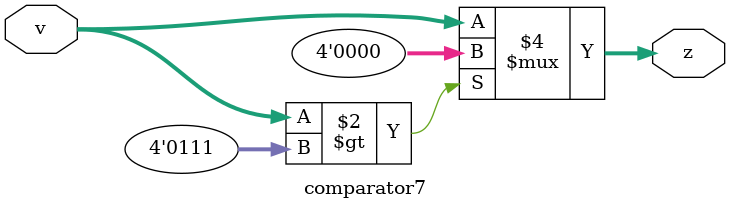
<source format=v>
module top_level (SW, HEX0, HEX1, LEDR);
	input[9:0] SW;
	output [6:0] HEX0, HEX1;
	output [9:0] LEDR;
	
	wire [3:0] sumInA, sumInB, total;
	
	comparator7 comparatorA (
		.v(SW[3:0]),
		.z(sumInA)
	);
	
	comparator7 comparatorB (
		.v(SW[7:4]),
		.z(sumInB)
	);
	
	fourBit_FA fourbit (
		.a(sumInA), 
		.b(sumInB),  
		.s(LEDR[4:1])
	);
	
	lab3_p2_v1 lab3 (
		.v(total), 
		.d1(HEX0), 
		.d2(HEX1)
	);
	
	

endmodule

module comparator7 (v, z);
	input [3:0] v; 	
	output reg [3:0] z; 
	
	always @(v)
	begin
	  if (v > 4'b0111)
		z = 0;
	  else
		z = v;
	end
	
endmodule

</source>
